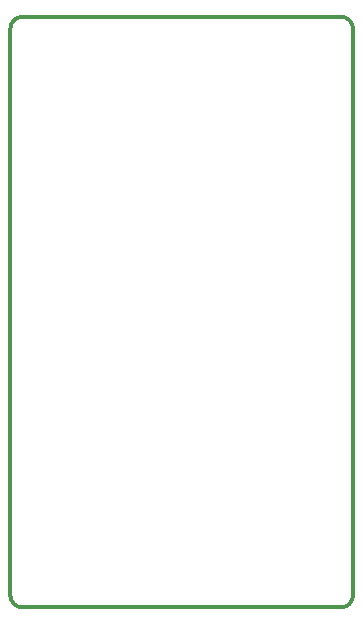
<source format=gbr>
G04 #@! TF.GenerationSoftware,KiCad,Pcbnew,(5.1.4)-1*
G04 #@! TF.CreationDate,2020-03-27T16:00:44-04:00*
G04 #@! TF.ProjectId,extruder_breakout,65787472-7564-4657-925f-627265616b6f,rev?*
G04 #@! TF.SameCoordinates,PX8f0d180PY5f5e100*
G04 #@! TF.FileFunction,Profile,NP*
%FSLAX46Y46*%
G04 Gerber Fmt 4.6, Leading zero omitted, Abs format (unit mm)*
G04 Created by KiCad (PCBNEW (5.1.4)-1) date 2020-03-27 16:00:44*
%MOMM*%
%LPD*%
G04 APERTURE LIST*
%ADD10C,0.304799*%
G04 APERTURE END LIST*
D10*
X-13500000Y0D02*
G75*
G02X-14500000Y1000000I0J1000000D01*
G01*
X-13500000Y0D02*
X13500000Y0D01*
X14500001Y1000001D02*
G75*
G02X13500000Y0I-1000001J0D01*
G01*
X-14500000Y48999998D02*
G75*
G02X-13500000Y50000000I1000001J1D01*
G01*
X-14500000Y48999999D02*
X-14500000Y1000000D01*
X14500000Y1000000D02*
X14500000Y49000000D01*
X13500000Y50000000D02*
G75*
G02X14500000Y49000000I0J-1000000D01*
G01*
X13500000Y50000000D02*
X-13500000Y50000000D01*
M02*

</source>
